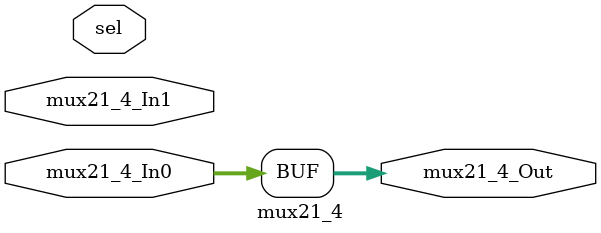
<source format=v>


// Author(s)      : Fearghal Morgan
// Company        : UG
// Email          : fearghal.morgan@universityofgalway.ie
// Date           : 27/03/2023

// entity signal dictionary
// mux21_4_In1	mux21_4_In1 description
// mux21_4_In0	mux21_4_In0 description
// sel	sel description
// mux21_4_Out	mux21_4_Out description

// internal signal dictionary
// None



// module declaration
module mux21_4(
		mux21_4_In1,
		mux21_4_In0,
		sel,
		mux21_4_Out
	);

	// Port definitions
	input [3:0] mux21_4_In1;
	input [3:0] mux21_4_In0;
	input  sel;
	output [3:0] mux21_4_Out;

    reg [3:0] mux21_4_Out;

    // Internal signal declarations
    // None

    always @(mux21_4_In1 or mux21_4_In0 or sel )
    begin : mux21_4_p
    	// Complete the process if required
    	mux21_4_Out <= mux21_4_In0; // default assignment
    end


endmodule


</source>
